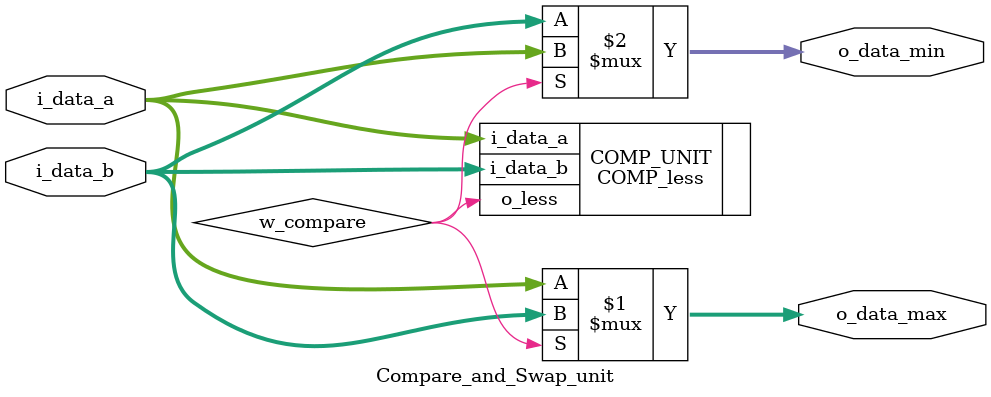
<source format=sv>
module Compare_and_Swap_unit #(
    parameter IS_ASC        = 1 ,
    parameter SIZE_DATA     = 8
)(
    input logic  [SIZE_DATA-1:0]    i_data_a    ,
    input logic  [SIZE_DATA-1:0]    i_data_b    ,
    output logic [SIZE_DATA-1:0]    o_data_max  ,
    output logic [SIZE_DATA-1:0]    o_data_min   
);

logic w_compare;
COMP_less #(
    .SIZE_DATA  (SIZE_DATA)
) COMP_UNIT (
    // o_less = i_data_a < i_data_b
    .i_data_a       (i_data_a),
    .i_data_b       (i_data_b),
    .o_less         (w_compare) 
);

generate
    if(IS_ASC) begin
        assign o_data_max = w_compare ? i_data_b : i_data_a;
        assign o_data_min = w_compare ? i_data_a : i_data_b;
    end else begin
        assign o_data_max = w_compare ? i_data_a : i_data_b;
        assign o_data_min = w_compare ? i_data_b : i_data_a;
    end
endgenerate

endmodule

</source>
